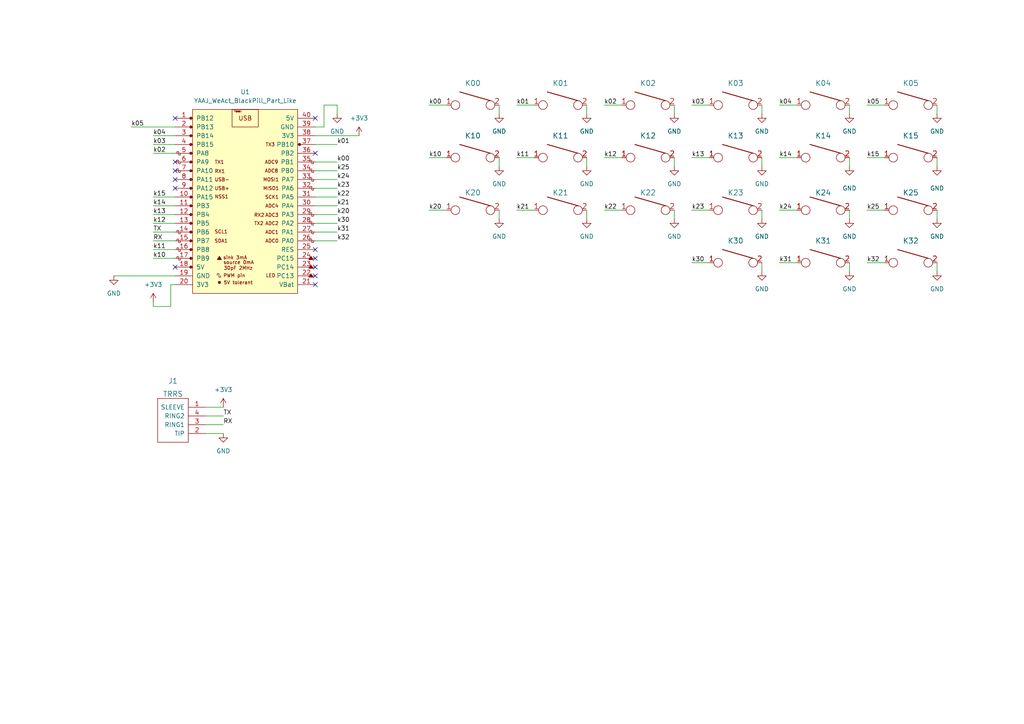
<source format=kicad_sch>
(kicad_sch (version 20230121) (generator eeschema)
  (paper "A4")
  (title_block (rev "rev1.0"))
  (lib_symbols
    (symbol "YAAJ_WeAct_BlackPill_Part_Like:YAAJ_WeAct_BlackPill_Part_Like" (pin_names (offset 1.016))
      (property "Reference" "U" (at -12.7 27.94 0))
      (property "Value" "YAAJ_WeAct_BlackPill_Part_Like" (at 0 2.54 90))
      (symbol "YAAJ_WeAct_BlackPill_Part_Like_0_0"
        (circle (center -15.748 -20.32) (radius 0.3556) (fill (type outline)))
        (circle (center -15.748 -17.78) (radius 0.3556) (fill (type outline)))
        (circle (center -15.748 -15.24) (radius 0.3556) (fill (type outline)))
        (circle (center -15.748 -12.7) (radius 0.3556) (fill (type outline)))
        (circle (center -15.748 -10.16) (radius 0.3556) (fill (type outline)))
        (circle (center -15.748 -7.62) (radius 0.3556) (fill (type outline)))
        (circle (center -15.748 -5.08) (radius 0.3556) (fill (type outline)))
        (circle (center -15.748 -2.54) (radius 0.3556) (fill (type outline)))
        (circle (center -15.748 0) (radius 0.3556) (fill (type outline)))
        (circle (center -15.748 2.54) (radius 0.3556) (fill (type outline)))
        (circle (center -15.748 5.08) (radius 0.3556) (fill (type outline)))
        (circle (center -15.748 7.62) (radius 0.3556) (fill (type outline)))
        (circle (center -15.748 10.16) (radius 0.3556) (fill (type outline)))
        (circle (center -15.748 12.7) (radius 0.3556) (fill (type outline)))
        (circle (center -15.748 15.24) (radius 0.3556) (fill (type outline)))
        (circle (center -15.748 17.78) (radius 0.3556) (fill (type outline)))
        (circle (center -15.748 22.86) (radius 0.3556) (fill (type outline)))
        (circle (center -7.493 -24.765) (radius 0.127) (fill (type outline)))
        (circle (center -7.493 -24.765) (radius 0.254))
        (circle (center -7.493 -24.765) (radius 0.3556))
        (polyline (pts (xy -8.128 -18.161) (xy -7.493 -17.145) (xy -6.858 -18.161) (xy -8.128 -18.161) (xy -7.493 -17.272) (xy -6.985 -18.161) (xy -8.001 -18.034) (xy -7.493 -17.399) (xy -7.112 -18.161) (xy -7.874 -17.907) (xy -7.366 -17.526) (xy -7.239 -18.161) (xy -7.747 -17.78) (xy -7.239 -17.653) (xy -7.366 -18.034) (xy -7.62 -17.78) (xy -7.366 -17.907) (xy -7.493 -17.653)))
        (polyline (pts (xy 18.415 -23.241) (xy 19.05 -22.225) (xy 19.685 -23.241) (xy 18.415 -23.241) (xy 19.05 -22.352) (xy 19.558 -23.241) (xy 18.542 -23.114) (xy 19.05 -22.479) (xy 19.431 -23.241) (xy 18.669 -22.987) (xy 19.177 -22.606) (xy 19.304 -23.241) (xy 18.796 -22.86) (xy 19.304 -22.733) (xy 19.177 -23.114) (xy 18.923 -22.86) (xy 19.177 -22.987) (xy 19.05 -22.733)))
        (polyline (pts (xy 18.415 -20.701) (xy 19.05 -19.685) (xy 19.685 -20.701) (xy 18.415 -20.701) (xy 19.05 -19.812) (xy 19.558 -20.701) (xy 18.542 -20.574) (xy 19.05 -19.939) (xy 19.431 -20.701) (xy 18.669 -20.447) (xy 19.177 -20.066) (xy 19.304 -20.701) (xy 18.796 -20.32) (xy 19.304 -20.193) (xy 19.177 -20.574) (xy 18.923 -20.32) (xy 19.177 -20.447) (xy 19.05 -20.193)))
        (polyline (pts (xy 18.415 -18.161) (xy 19.05 -17.145) (xy 19.685 -18.161) (xy 18.415 -18.161) (xy 19.05 -17.272) (xy 19.558 -18.161) (xy 18.542 -18.034) (xy 19.05 -17.399) (xy 19.431 -18.161) (xy 18.669 -17.907) (xy 19.177 -17.526) (xy 19.304 -18.161) (xy 18.796 -17.78) (xy 19.304 -17.653) (xy 19.177 -18.034) (xy 18.923 -17.78) (xy 19.177 -17.907) (xy 19.05 -17.653)))
        (circle (center 15.748 15.24) (radius 0.254) (fill (type outline)))
        (circle (center 15.748 15.24) (radius 0.3556))
        (text "30pF 2MHz" (at -2.032 -20.574 0) (effects (font (size 0.9906 0.9906))))
        (text "5V tolerant" (at -2.032 -24.765 0) (effects (font (size 0.9906 0.9906))))
        (text "ADC0" (at 7.747 -12.7 0) (effects (font (size 0.9906 0.9906))))
        (text "ADC1" (at 7.747 -10.16 0) (effects (font (size 0.9906 0.9906))))
        (text "ADC2" (at 7.747 -7.62 0) (effects (font (size 0.9906 0.9906))))
        (text "ADC3" (at 7.747 -5.207 0) (effects (font (size 0.9906 0.9906))))
        (text "ADC4" (at 7.747 -2.54 0) (effects (font (size 0.9906 0.9906))))
        (text "ADC8" (at 7.62 7.62 0) (effects (font (size 0.9906 0.9906))))
        (text "ADC9" (at 7.62 10.16 0) (effects (font (size 0.9906 0.9906))))
        (text "LED" (at 7.366 -22.733 0) (effects (font (size 0.9906 0.9906))))
        (text "MISO1" (at 7.493 2.54 0) (effects (font (size 0.9906 0.9906))))
        (text "MOSI1" (at 7.493 5.08 0) (effects (font (size 0.9906 0.9906))))
        (text "NSS1" (at -6.858 0.127 0) (effects (font (size 0.9906 0.9906))))
        (text "PWM pin" (at -3.175 -22.733 0) (effects (font (size 0.9906 0.9906))))
        (text "RX1" (at -7.366 7.493 0) (effects (font (size 0.9906 0.9906))))
        (text "RX2" (at 4.064 -5.207 0) (effects (font (size 0.9906 0.9906))))
        (text "SCK1" (at 7.747 0 0) (effects (font (size 0.9906 0.9906))))
        (text "SCL1" (at -6.985 -10.033 0) (effects (font (size 0.9906 0.9906))))
        (text "SDA1" (at -6.985 -12.7 0) (effects (font (size 0.9906 0.9906))))
        (text "sink 3mA" (at -2.921 -17.526 0) (effects (font (size 0.9906 0.9906))))
        (text "source 0mA" (at -1.905 -18.923 0) (effects (font (size 0.9906 0.9906))))
        (text "TX1" (at -7.493 10.16 0) (effects (font (size 0.9906 0.9906))))
        (text "TX2" (at 3.937 -7.62 0) (effects (font (size 0.9906 0.9906))))
        (text "TX3" (at 7.239 15.24 0) (effects (font (size 0.9906 0.9906))))
        (text "USB" (at 0 22.86 0) (effects (font (size 1.27 1.27))))
        (text "USB+" (at -6.731 2.54 0) (effects (font (size 0.9906 0.9906))))
        (text "USB-" (at -6.731 5.08 0) (effects (font (size 0.9906 0.9906))))
        (text "Y@@J" (at -2.159 24.892 0) (effects (font (size 0.508 0.508))))
      )
      (symbol "YAAJ_WeAct_BlackPill_Part_Like_0_1"
        (rectangle (start -15.24 25.4) (end 15.24 -27.94) (fill (type background)))
        (polyline (pts (xy -18.796 -17.78) (xy -18.796 -18.288) (xy -19.304 -18.288) (xy -19.304 -17.272) (xy -19.812 -17.272) (xy -19.812 -17.78)))
        (polyline (pts (xy -18.796 -15.24) (xy -18.796 -15.748) (xy -19.304 -15.748) (xy -19.304 -14.732) (xy -19.812 -14.732) (xy -19.812 -15.24)))
        (polyline (pts (xy -18.796 -12.7) (xy -18.796 -13.208) (xy -19.304 -13.208) (xy -19.304 -12.192) (xy -19.812 -12.192) (xy -19.812 -12.7)))
        (polyline (pts (xy -18.796 -10.16) (xy -18.796 -10.668) (xy -19.304 -10.668) (xy -19.304 -9.652) (xy -19.812 -9.652) (xy -19.812 -10.16)))
        (polyline (pts (xy -18.796 7.62) (xy -18.796 7.112) (xy -19.304 7.112) (xy -19.304 8.128) (xy -19.812 8.128) (xy -19.812 7.62)))
        (polyline (pts (xy -18.796 10.16) (xy -18.796 9.652) (xy -19.304 9.652) (xy -19.304 10.668) (xy -19.812 10.668) (xy -19.812 10.16)))
        (polyline (pts (xy -18.796 12.7) (xy -18.796 12.192) (xy -19.304 12.192) (xy -19.304 13.208) (xy -19.812 13.208) (xy -19.812 12.7)))
        (polyline (pts (xy -7.112 -22.733) (xy -7.112 -23.241) (xy -7.62 -23.241) (xy -7.62 -22.225) (xy -8.128 -22.225) (xy -8.128 -22.733)))
        (polyline (pts (xy 19.812 -12.7) (xy 19.812 -13.208) (xy 19.304 -13.208) (xy 19.304 -12.192) (xy 18.796 -12.192) (xy 18.796 -12.7)))
        (polyline (pts (xy 19.812 -10.16) (xy 19.812 -10.668) (xy 19.304 -10.668) (xy 19.304 -9.652) (xy 18.796 -9.652) (xy 18.796 -10.16)))
        (polyline (pts (xy 19.812 -7.62) (xy 19.812 -8.128) (xy 19.304 -8.128) (xy 19.304 -7.112) (xy 18.796 -7.112) (xy 18.796 -7.62)))
        (polyline (pts (xy 19.812 -5.08) (xy 19.812 -5.588) (xy 19.304 -5.588) (xy 19.304 -4.572) (xy 18.796 -4.572) (xy 18.796 -5.08)))
        (polyline (pts (xy 19.812 2.54) (xy 19.812 2.032) (xy 19.304 2.032) (xy 19.304 3.048) (xy 18.796 3.048) (xy 18.796 2.54)))
        (polyline (pts (xy 19.812 5.08) (xy 19.812 4.572) (xy 19.304 4.572) (xy 19.304 5.588) (xy 18.796 5.588) (xy 18.796 5.08)))
        (polyline (pts (xy 19.812 7.62) (xy 19.812 7.112) (xy 19.304 7.112) (xy 19.304 8.128) (xy 18.796 8.128) (xy 18.796 7.62)))
        (polyline (pts (xy 19.812 10.16) (xy 19.812 9.652) (xy 19.304 9.652) (xy 19.304 10.668) (xy 18.796 10.668) (xy 18.796 10.16)))
        (rectangle (start 3.81 25.4) (end -3.81 20.32))
      )
      (symbol "YAAJ_WeAct_BlackPill_Part_Like_1_1"
        (circle (center -15.748 20.32) (radius 0.3556) (fill (type outline)))
        (pin bidirectional line (at -20.32 22.86 0) (length 5.08) (name "PB12") (number "1"))
        (pin bidirectional line (at -20.32 0 0) (length 5.08) (name "PA15") (number "10"))
        (pin bidirectional line (at -20.32 -2.54 0) (length 5.08) (name "PB3") (number "11"))
        (pin bidirectional line (at -20.32 -5.08 0) (length 5.08) (name "PB4") (number "12"))
        (pin bidirectional line (at -20.32 -7.62 0) (length 5.08) (name "PB5") (number "13"))
        (pin bidirectional line (at -20.32 -10.16 0) (length 5.08) (name "PB6") (number "14"))
        (pin bidirectional line (at -20.32 -12.7 0) (length 5.08) (name "PB7") (number "15"))
        (pin bidirectional line (at -20.32 -15.24 0) (length 5.08) (name "PB8") (number "16"))
        (pin bidirectional line (at -20.32 -17.78 0) (length 5.08) (name "PB9") (number "17"))
        (pin power_in line (at -20.32 -20.32 0) (length 5.08) (name "5V") (number "18"))
        (pin power_in line (at -20.32 -22.86 0) (length 5.08) (name "GND") (number "19"))
        (pin bidirectional line (at -20.32 20.32 0) (length 5.08) (name "PB13") (number "2"))
        (pin power_in line (at -20.32 -25.4 0) (length 5.08) (name "3V3") (number "20"))
        (pin power_in line (at 20.32 -25.4 180) (length 5.08) (name "VBat") (number "21"))
        (pin bidirectional line (at 20.32 -22.86 180) (length 5.08) (name "PC13") (number "22"))
        (pin bidirectional line (at 20.32 -20.32 180) (length 5.08) (name "PC14") (number "23"))
        (pin bidirectional line (at 20.32 -17.78 180) (length 5.08) (name "PC15") (number "24"))
        (pin input line (at 20.32 -15.24 180) (length 5.08) (name "RES") (number "25"))
        (pin bidirectional line (at 20.32 -12.7 180) (length 5.08) (name "PA0") (number "26"))
        (pin bidirectional line (at 20.32 -10.16 180) (length 5.08) (name "PA1") (number "27"))
        (pin bidirectional line (at 20.32 -7.62 180) (length 5.08) (name "PA2") (number "28"))
        (pin bidirectional line (at 20.32 -5.08 180) (length 5.08) (name "PA3") (number "29"))
        (pin bidirectional line (at -20.32 17.78 0) (length 5.08) (name "PB14") (number "3"))
        (pin bidirectional line (at 20.32 -2.54 180) (length 5.08) (name "PA4") (number "30"))
        (pin bidirectional line (at 20.32 0 180) (length 5.08) (name "PA5") (number "31"))
        (pin bidirectional line (at 20.32 2.54 180) (length 5.08) (name "PA6") (number "32"))
        (pin bidirectional line (at 20.32 5.08 180) (length 5.08) (name "PA7") (number "33"))
        (pin bidirectional line (at 20.32 7.62 180) (length 5.08) (name "PB0") (number "34"))
        (pin bidirectional line (at 20.32 10.16 180) (length 5.08) (name "PB1") (number "35"))
        (pin bidirectional line (at 20.32 12.7 180) (length 5.08) (name "PB2") (number "36"))
        (pin bidirectional line (at 20.32 15.24 180) (length 5.08) (name "PB10") (number "37"))
        (pin power_in line (at 20.32 17.78 180) (length 5.08) (name "3V3") (number "38"))
        (pin power_in line (at 20.32 20.32 180) (length 5.08) (name "GND") (number "39"))
        (pin bidirectional line (at -20.32 15.24 0) (length 5.08) (name "PB15") (number "4"))
        (pin power_in line (at 20.32 22.86 180) (length 5.08) (name "5V") (number "40"))
        (pin bidirectional line (at -20.32 12.7 0) (length 5.08) (name "PA8") (number "5"))
        (pin bidirectional line (at -20.32 10.16 0) (length 5.08) (name "PA9") (number "6"))
        (pin bidirectional line (at -20.32 7.62 0) (length 5.08) (name "PA10") (number "7"))
        (pin bidirectional line (at -20.32 5.08 0) (length 5.08) (name "PA11") (number "8"))
        (pin bidirectional line (at -20.32 2.54 0) (length 5.08) (name "PA12") (number "9"))
      )
    )
    (symbol "keebio:TRRS" (pin_names (offset 1.016))
      (property "Reference" "U" (at 0 15.24 0))
      (property "Value" "TRRS" (at 0 -2.54 0))
      (symbol "TRRS_0_1"
        (rectangle (start -3.81 0) (end -3.81 12.7))
        (rectangle (start -3.81 12.7) (end 5.08 12.7))
        (rectangle (start 5.08 0) (end -3.81 0))
        (rectangle (start 5.08 12.7) (end 5.08 0))
      )
      (symbol "TRRS_1_1"
        (pin input line (at -8.89 2.54 0) (length 5.08) (name "SLEEVE") (number "1"))
        (pin input line (at -8.89 10.16 0) (length 5.08) (name "TIP") (number "2"))
        (pin input line (at -8.89 7.62 0) (length 5.08) (name "RING1") (number "3"))
        (pin input line (at -8.89 5.08 0) (length 5.08) (name "RING2") (number "4"))
      )
    )
    (symbol "keyboard_parts:KEYSW" (pin_names (offset 1.016))
      (property "Reference" "K?" (at -1.27 0 0))
      (symbol "KEYSW_0_1"
        (circle (center -5.08 0) (radius 1.27))
        (polyline (pts (xy -5.08 1.27) (xy 3.81 3.81)) (stroke (width 0.254)))
        (circle (center 5.08 0) (radius 1.27))
      )
      (symbol "KEYSW_1_1"
        (pin passive line (at 7.62 0 180) (length 1.27) (name "~") (number "1"))
        (pin passive line (at -7.62 0 0) (length 1.27) (name "~") (number "2"))
      )
    )
    (symbol "power:+3V3" (power) (pin_names (offset 0))
      (property "Value" "+3V3" (at 0 3.556 0))
      (symbol "+3V3_0_1"
        (polyline (pts (xy -0.762 1.27) (xy 0 2.54)))
        (polyline (pts (xy 0 0) (xy 0 2.54)))
        (polyline (pts (xy 0 2.54) (xy 0.762 1.27)))
      )
      (symbol "+3V3_1_1"
        (pin power_in line (at 0 0 90) (length 0) hide (name "+3V3") (number "1"))
      )
    )
    (symbol "power:GND" (power) (pin_names (offset 0))
      (property "Value" "GND" (at 0 -3.81 0))
      (symbol "GND_0_1"
        (polyline (pts (xy 0 0) (xy 0 -1.27) (xy 1.27 -1.27) (xy 0 -2.54) (xy -1.27 -1.27) (xy 0 -1.27)))
      )
      (symbol "GND_1_1"
        (pin power_in line (at 0 0 270) (length 0) hide (name "GND") (number "1"))
      )
    )
  )
  (no_connect (at 50.8 34.29))
  (no_connect (at 91.44 44.45))
  (no_connect (at 91.44 82.55))
  (no_connect (at 91.44 77.47))
  (no_connect (at 50.8 77.47))
  (no_connect (at 91.44 34.29))
  (no_connect (at 50.8 54.61))
  (no_connect (at 91.44 72.39))
  (no_connect (at 50.8 49.53))
  (no_connect (at 91.44 74.93))
  (no_connect (at 50.8 46.99))
  (no_connect (at 50.8 52.07))
  (no_connect (at 91.44 80.01))
  (wire (pts (xy 149.86 60.96) (xy 154.94 60.96)))
  (wire (pts (xy 44.45 72.39) (xy 50.8 72.39)))
  (wire (pts (xy 91.44 52.07) (xy 97.79 52.07)))
  (wire (pts (xy 200.66 45.72) (xy 205.74 45.72)))
  (wire (pts (xy 38.1 36.83) (xy 50.8 36.83)))
  (wire (pts (xy 251.46 30.48) (xy 256.54 30.48)))
  (wire (pts (xy 124.46 45.72) (xy 129.54 45.72)))
  (wire (pts (xy 200.66 60.96) (xy 205.74 60.96)))
  (wire (pts (xy 149.86 45.72) (xy 154.94 45.72)))
  (wire (pts (xy 49.53 88.9) (xy 49.53 82.55)))
  (wire (pts (xy 44.45 88.9) (xy 49.53 88.9)))
  (wire (pts (xy 44.45 59.69) (xy 50.8 59.69)))
  (wire (pts (xy 91.44 41.91) (xy 97.79 41.91)))
  (wire (pts (xy 175.26 60.96) (xy 180.34 60.96)))
  (wire (pts (xy 44.45 39.37) (xy 50.8 39.37)))
  (wire (pts (xy 251.46 60.96) (xy 256.54 60.96)))
  (wire (pts (xy 195.58 63.5) (xy 195.58 60.96)))
  (wire (pts (xy 144.78 63.5) (xy 144.78 60.96)))
  (wire (pts (xy 246.38 48.26) (xy 246.38 45.72)))
  (wire (pts (xy 220.98 48.26) (xy 220.98 45.72)))
  (wire (pts (xy 144.78 48.26) (xy 144.78 45.72)))
  (wire (pts (xy 91.44 62.23) (xy 97.79 62.23)))
  (wire (pts (xy 93.98 36.83) (xy 93.98 30.48)))
  (wire (pts (xy 175.26 45.72) (xy 180.34 45.72)))
  (wire (pts (xy 246.38 78.74) (xy 246.38 76.2)))
  (wire (pts (xy 59.69 125.73) (xy 64.77 125.73)))
  (wire (pts (xy 44.45 44.45) (xy 50.8 44.45)))
  (wire (pts (xy 271.78 48.26) (xy 271.78 45.72)))
  (wire (pts (xy 91.44 36.83) (xy 93.98 36.83)))
  (wire (pts (xy 200.66 76.2) (xy 205.74 76.2)))
  (wire (pts (xy 44.45 74.93) (xy 50.8 74.93)))
  (wire (pts (xy 91.44 69.85) (xy 97.79 69.85)))
  (wire (pts (xy 91.44 49.53) (xy 97.79 49.53)))
  (wire (pts (xy 226.06 45.72) (xy 231.14 45.72)))
  (wire (pts (xy 200.66 30.48) (xy 205.74 30.48)))
  (wire (pts (xy 220.98 78.74) (xy 220.98 76.2)))
  (wire (pts (xy 44.45 62.23) (xy 50.8 62.23)))
  (wire (pts (xy 97.79 30.48) (xy 97.79 33.02)))
  (wire (pts (xy 271.78 63.5) (xy 271.78 60.96)))
  (wire (pts (xy 124.46 60.96) (xy 129.54 60.96)))
  (wire (pts (xy 144.78 33.02) (xy 144.78 30.48)))
  (wire (pts (xy 195.58 48.26) (xy 195.58 45.72)))
  (wire (pts (xy 170.18 63.5) (xy 170.18 60.96)))
  (wire (pts (xy 59.69 123.19) (xy 64.77 123.19)))
  (wire (pts (xy 246.38 63.5) (xy 246.38 60.96)))
  (wire (pts (xy 91.44 54.61) (xy 97.79 54.61)))
  (wire (pts (xy 44.45 64.77) (xy 50.8 64.77)))
  (wire (pts (xy 226.06 30.48) (xy 231.14 30.48)))
  (wire (pts (xy 124.46 30.48) (xy 129.54 30.48)))
  (wire (pts (xy 93.98 30.48) (xy 97.79 30.48)))
  (wire (pts (xy 91.44 67.31) (xy 97.79 67.31)))
  (wire (pts (xy 59.69 120.65) (xy 64.77 120.65)))
  (wire (pts (xy 170.18 48.26) (xy 170.18 45.72)))
  (wire (pts (xy 91.44 39.37) (xy 104.14 39.37)))
  (wire (pts (xy 175.26 30.48) (xy 180.34 30.48)))
  (wire (pts (xy 44.45 41.91) (xy 50.8 41.91)))
  (wire (pts (xy 91.44 46.99) (xy 97.79 46.99)))
  (wire (pts (xy 91.44 57.15) (xy 97.79 57.15)))
  (wire (pts (xy 59.69 118.11) (xy 64.77 118.11)))
  (wire (pts (xy 91.44 59.69) (xy 97.79 59.69)))
  (wire (pts (xy 33.02 80.01) (xy 50.8 80.01)))
  (wire (pts (xy 195.58 33.02) (xy 195.58 30.48)))
  (wire (pts (xy 251.46 45.72) (xy 256.54 45.72)))
  (wire (pts (xy 226.06 60.96) (xy 231.14 60.96)))
  (wire (pts (xy 170.18 33.02) (xy 170.18 30.48)))
  (wire (pts (xy 226.06 76.2) (xy 231.14 76.2)))
  (wire (pts (xy 271.78 33.02) (xy 271.78 30.48)))
  (wire (pts (xy 246.38 33.02) (xy 246.38 30.48)))
  (wire (pts (xy 251.46 76.2) (xy 256.54 76.2)))
  (wire (pts (xy 49.53 82.55) (xy 50.8 82.55)))
  (wire (pts (xy 91.44 64.77) (xy 97.79 64.77)))
  (wire (pts (xy 44.45 69.85) (xy 50.8 69.85)))
  (wire (pts (xy 220.98 33.02) (xy 220.98 30.48)))
  (wire (pts (xy 149.86 30.48) (xy 154.94 30.48)))
  (wire (pts (xy 44.45 87.63) (xy 44.45 88.9)))
  (wire (pts (xy 44.45 67.31) (xy 50.8 67.31)))
  (wire (pts (xy 271.78 78.74) (xy 271.78 76.2)))
  (wire (pts (xy 44.45 57.15) (xy 50.8 57.15)))
  (wire (pts (xy 220.98 63.5) (xy 220.98 60.96)))
  (label "k20" (at 97.79 62.23 0))
  (label "TX" (at 64.77 120.65 0))
  (label "k01" (at 97.79 41.91 0))
  (label "k03" (at 44.45 41.91 0))
  (label "k30" (at 200.66 76.2 0))
  (label "k02" (at 175.26 30.48 0))
  (label "k05" (at 38.1 36.83 0))
  (label "k04" (at 226.06 30.48 0))
  (label "k30" (at 97.79 64.77 0))
  (label "k11" (at 44.45 72.39 0))
  (label "k00" (at 124.46 30.48 0))
  (label "k10" (at 44.45 74.93 0))
  (label "k03" (at 200.66 30.48 0))
  (label "RX" (at 44.45 69.85 0))
  (label "k15" (at 251.46 45.72 0))
  (label "k23" (at 200.66 60.96 0))
  (label "k32" (at 97.79 69.85 0))
  (label "k25" (at 97.79 49.53 0))
  (label "k24" (at 226.06 60.96 0))
  (label "TX" (at 44.45 67.31 0))
  (label "k05" (at 251.46 30.48 0))
  (label "k22" (at 175.26 60.96 0))
  (label "k12" (at 44.45 64.77 0))
  (label "k01" (at 149.86 30.48 0))
  (label "RX" (at 64.77 123.19 0))
  (label "k10" (at 124.46 45.72 0))
  (label "k00" (at 97.79 46.99 0))
  (label "k21" (at 97.79 59.69 0))
  (label "k31" (at 97.79 67.31 0))
  (label "k32" (at 251.46 76.2 0))
  (label "k15" (at 44.45 57.15 0))
  (label "k14" (at 226.06 45.72 0))
  (label "k12" (at 175.26 45.72 0))
  (label "k04" (at 44.45 39.37 0))
  (label "k11" (at 149.86 45.72 0))
  (label "k22" (at 97.79 57.15 0))
  (label "k02" (at 44.45 44.45 0))
  (label "k13" (at 44.45 62.23 0))
  (label "k24" (at 97.79 52.07 0))
  (label "k31" (at 226.06 76.2 0))
  (label "k13" (at 200.66 45.72 0))
  (label "k14" (at 44.45 59.69 0))
  (label "k21" (at 149.86 60.96 0))
  (label "k25" (at 251.46 60.96 0))
  (label "k23" (at 97.79 54.61 0))
  (label "k20" (at 124.46 60.96 0))
  (symbol (lib_id "keyboard_parts:KEYSW") (at 264.16 76.2 0) (mirror y) (unit 1)
    (property "Reference" "K32" (at 264.16 69.85 0) (effects (font (size 1.524 1.524))))
    (property "Value" "KEYSW" (effects hide))
    (property "Footprint" "Cantor_MX:CherryMX_ChocV2_1u_DS" (effects hide))
  )
  (symbol (lib_id "power:GND") (at 195.58 48.26 0) (unit 1)
    (property "Reference" "#PWR0104" (effects hide))
    (property "Value" "GND" (at 195.58 53.34 0))
  )
  (symbol (lib_id "keyboard_parts:KEYSW") (at 238.76 60.96 0) (mirror y) (unit 1)
    (property "Reference" "K24" (at 238.76 55.88 0) (effects (font (size 1.524 1.524))))
    (property "Value" "KEYSW" (effects hide))
    (property "Footprint" "Cantor_MX:CherryMX_ChocV2_1u_DS" (effects hide))
  )
  (symbol (lib_id "power:GND") (at 64.77 125.73 0) (unit 1)
    (property "Reference" "#PWR0126" (effects hide))
    (property "Value" "GND" (at 64.77 130.81 0))
  )
  (symbol (lib_id "keyboard_parts:KEYSW") (at 137.16 30.48 0) (mirror y) (unit 1)
    (property "Reference" "K00" (at 137.16 24.13 0) (effects (font (size 1.524 1.524))))
    (property "Value" "KEYSW" (effects hide))
    (property "Footprint" "Cantor_MX:CherryMX_ChocV2_1u_DS" (effects hide))
  )
  (symbol (lib_id "keyboard_parts:KEYSW") (at 264.16 45.72 0) (mirror y) (unit 1)
    (property "Reference" "K15" (at 264.16 39.37 0) (effects (font (size 1.524 1.524))))
    (property "Value" "KEYSW" (effects hide))
    (property "Footprint" "Cantor_MX:CherryMX_ChocV2_1u_DS" (effects hide))
  )
  (symbol (lib_id "power:GND") (at 144.78 48.26 0) (unit 1)
    (property "Reference" "#PWR0107" (effects hide))
    (property "Value" "GND" (at 144.78 53.34 0))
  )
  (symbol (lib_id "power:GND") (at 195.58 63.5 0) (unit 1)
    (property "Reference" "#PWR0105" (effects hide))
    (property "Value" "GND" (at 195.58 68.58 0))
  )
  (symbol (lib_id "keyboard_parts:KEYSW") (at 213.36 30.48 0) (mirror y) (unit 1)
    (property "Reference" "K03" (at 213.36 24.13 0) (effects (font (size 1.524 1.524))))
    (property "Value" "KEYSW" (effects hide))
    (property "Footprint" "Cantor_MX:CherryMX_ChocV2_1u_DS" (effects hide))
  )
  (symbol (lib_id "power:GND") (at 246.38 63.5 0) (unit 1)
    (property "Reference" "#PWR0121" (effects hide))
    (property "Value" "GND" (at 246.38 68.58 0))
  )
  (symbol (lib_id "keyboard_parts:KEYSW") (at 187.96 30.48 0) (mirror y) (unit 1)
    (property "Reference" "K02" (at 187.96 24.13 0) (effects (font (size 1.524 1.524))))
    (property "Value" "KEYSW" (effects hide))
    (property "Footprint" "Cantor_MX:CherryMX_ChocV2_1u_DS" (effects hide))
  )
  (symbol (lib_id "keyboard_parts:KEYSW") (at 162.56 45.72 0) (mirror y) (unit 1)
    (property "Reference" "K11" (at 162.56 39.37 0) (effects (font (size 1.524 1.524))))
    (property "Value" "KEYSW" (effects hide))
    (property "Footprint" "Cantor_MX:CherryMX_ChocV2_1u_DS" (effects hide))
  )
  (symbol (lib_id "keyboard_parts:KEYSW") (at 187.96 60.96 0) (mirror y) (unit 1)
    (property "Reference" "K22" (at 187.96 55.88 0) (effects (font (size 1.524 1.524))))
    (property "Value" "KEYSW" (effects hide))
    (property "Footprint" "Cantor_MX:CherryMX_ChocV2_1u_DS" (effects hide))
  )
  (symbol (lib_id "power:GND") (at 271.78 33.02 0) (unit 1)
    (property "Reference" "#PWR0115" (effects hide))
    (property "Value" "GND" (at 271.78 38.1 0))
  )
  (symbol (lib_id "power:GND") (at 271.78 63.5 0) (unit 1)
    (property "Reference" "#PWR0118" (effects hide))
    (property "Value" "GND" (at 271.78 68.58 0))
  )
  (symbol (lib_id "power:GND") (at 271.78 78.74 0) (unit 1)
    (property "Reference" "#PWR0117" (effects hide))
    (property "Value" "GND" (at 271.78 83.82 0))
  )
  (symbol (lib_id "YAAJ_WeAct_BlackPill_Part_Like:YAAJ_WeAct_BlackPill_Part_Like") (at 71.12 57.15 0) (unit 1)
    (property "Reference" "U1" (at 71.12 26.67 0))
    (property "Value" "YAAJ_WeAct_BlackPill_Part_Like" (at 71.12 29.21 0))
    (property "Footprint" "Cantor_MX:Cantor_DS_YAAJ_WeAct_BlackPill_2" (effects hide))
  )
  (symbol (lib_id "power:GND") (at 246.38 48.26 0) (unit 1)
    (property "Reference" "#PWR0119" (effects hide))
    (property "Value" "GND" (at 246.38 54.61 0))
  )
  (symbol (lib_id "power:GND") (at 170.18 63.5 0) (unit 1)
    (property "Reference" "#PWR0101" (effects hide))
    (property "Value" "GND" (at 170.18 68.58 0))
  )
  (symbol (lib_id "keyboard_parts:KEYSW") (at 238.76 30.48 0) (mirror y) (unit 1)
    (property "Reference" "K04" (at 238.76 24.13 0) (effects (font (size 1.524 1.524))))
    (property "Value" "KEYSW" (effects hide))
    (property "Footprint" "Cantor_MX:CherryMX_ChocV2_1u_DS" (effects hide))
  )
  (symbol (lib_id "power:GND") (at 246.38 78.74 0) (unit 1)
    (property "Reference" "#PWR0120" (effects hide))
    (property "Value" "GND" (at 246.38 83.82 0))
  )
  (symbol (lib_id "power:+3V3") (at 64.77 118.11 0) (unit 1)
    (property "Reference" "#PWR0125" (effects hide))
    (property "Value" "+3V3" (at 64.77 113.03 0))
  )
  (symbol (lib_id "keyboard_parts:KEYSW") (at 213.36 76.2 0) (mirror y) (unit 1)
    (property "Reference" "K30" (at 213.36 69.85 0) (effects (font (size 1.524 1.524))))
    (property "Value" "KEYSW" (effects hide))
    (property "Footprint" "Cantor_MX:CherryMX_ChocV2_1u_DS" (effects hide))
  )
  (symbol (lib_id "power:GND") (at 246.38 33.02 0) (unit 1)
    (property "Reference" "#PWR0112" (effects hide))
    (property "Value" "GND" (at 246.38 38.1 0))
  )
  (symbol (lib_id "keebio:TRRS") (at 50.8 115.57 180) (unit 1)
    (property "Reference" "J1" (at 50.165 110.49 0) (effects (font (size 1.524 1.524))))
    (property "Value" "TRRS" (at 50.165 114.3 0) (effects (font (size 1.524 1.524))))
    (property "Footprint" "Cantor_MX:MJ-4PP-9_Cantor_MX_TX-RX_Crossover" (effects hide))
  )
  (symbol (lib_id "keyboard_parts:KEYSW") (at 137.16 60.96 0) (mirror y) (unit 1)
    (property "Reference" "K20" (at 137.16 55.88 0) (effects (font (size 1.524 1.524))))
    (property "Value" "KEYSW" (effects hide))
    (property "Footprint" "Cantor_MX:CherryMX_ChocV2_1u_DS" (effects hide))
  )
  (symbol (lib_id "power:GND") (at 271.78 48.26 0) (unit 1)
    (property "Reference" "#PWR0116" (effects hide))
    (property "Value" "GND" (at 271.78 54.61 0))
  )
  (symbol (lib_id "keyboard_parts:KEYSW") (at 213.36 60.96 0) (mirror y) (unit 1)
    (property "Reference" "K23" (at 213.36 55.88 0) (effects (font (size 1.524 1.524))))
    (property "Value" "KEYSW" (effects hide))
    (property "Footprint" "Cantor_MX:CherryMX_ChocV2_1u_DS" (effects hide))
  )
  (symbol (lib_id "keyboard_parts:KEYSW") (at 137.16 45.72 0) (mirror y) (unit 1)
    (property "Reference" "K10" (at 137.16 39.37 0) (effects (font (size 1.524 1.524))))
    (property "Value" "KEYSW" (effects hide))
    (property "Footprint" "Cantor_MX:CherryMX_ChocV2_1u_DS" (effects hide))
  )
  (symbol (lib_id "keyboard_parts:KEYSW") (at 162.56 30.48 0) (mirror y) (unit 1)
    (property "Reference" "K01" (at 162.56 24.13 0) (effects (font (size 1.524 1.524))))
    (property "Value" "KEYSW" (effects hide))
    (property "Footprint" "Cantor_MX:CherryMX_ChocV2_1u_DS" (effects hide))
  )
  (symbol (lib_id "keyboard_parts:KEYSW") (at 264.16 60.96 0) (mirror y) (unit 1)
    (property "Reference" "K25" (at 264.16 55.88 0) (effects (font (size 1.524 1.524))))
    (property "Value" "KEYSW" (effects hide))
    (property "Footprint" "Cantor_MX:CherryMX_ChocV2_1u_DS" (effects hide))
  )
  (symbol (lib_id "keyboard_parts:KEYSW") (at 238.76 76.2 0) (mirror y) (unit 1)
    (property "Reference" "K31" (at 238.76 69.85 0) (effects (font (size 1.524 1.524))))
    (property "Value" "KEYSW" (effects hide))
    (property "Footprint" "Cantor_MX:CherryMX_ChocV2_1u_DS" (effects hide))
  )
  (symbol (lib_id "power:GND") (at 220.98 33.02 0) (unit 1)
    (property "Reference" "#PWR0123" (effects hide))
    (property "Value" "GND" (at 220.98 38.1 0))
  )
  (symbol (lib_id "keyboard_parts:KEYSW") (at 238.76 45.72 0) (mirror y) (unit 1)
    (property "Reference" "K14" (at 238.76 39.37 0) (effects (font (size 1.524 1.524))))
    (property "Value" "KEYSW" (effects hide))
    (property "Footprint" "Cantor_MX:CherryMX_ChocV2_1u_DS" (effects hide))
  )
  (symbol (lib_id "power:+3V3") (at 44.45 87.63 0) (unit 1)
    (property "Reference" "#PWR0127" (effects hide))
    (property "Value" "+3V3" (at 44.45 82.55 0))
  )
  (symbol (lib_id "power:GND") (at 144.78 33.02 0) (unit 1)
    (property "Reference" "#PWR0109" (effects hide))
    (property "Value" "GND" (at 144.78 38.1 0))
  )
  (symbol (lib_id "power:GND") (at 33.02 80.01 0) (unit 1)
    (property "Reference" "#PWR0124" (effects hide))
    (property "Value" "GND" (at 33.02 85.09 0))
  )
  (symbol (lib_id "keyboard_parts:KEYSW") (at 213.36 45.72 0) (mirror y) (unit 1)
    (property "Reference" "K13" (at 213.36 39.37 0) (effects (font (size 1.524 1.524))))
    (property "Value" "KEYSW" (effects hide))
    (property "Footprint" "Cantor_MX:CherryMX_ChocV2_1u_DS" (effects hide))
  )
  (symbol (lib_id "power:+3V3") (at 104.14 39.37 0) (unit 1)
    (property "Reference" "#PWR0111" (effects hide))
    (property "Value" "+3V3" (at 104.14 34.29 0))
  )
  (symbol (lib_id "power:GND") (at 195.58 33.02 0) (unit 1)
    (property "Reference" "#PWR0103" (effects hide))
    (property "Value" "GND" (at 195.58 38.1 0))
  )
  (symbol (lib_id "power:GND") (at 220.98 48.26 0) (unit 1)
    (property "Reference" "#PWR0122" (effects hide))
    (property "Value" "GND" (at 220.98 53.34 0))
  )
  (symbol (lib_id "keyboard_parts:KEYSW") (at 162.56 60.96 0) (mirror y) (unit 1)
    (property "Reference" "K21" (at 162.56 55.88 0) (effects (font (size 1.524 1.524))))
    (property "Value" "KEYSW" (effects hide))
    (property "Footprint" "Cantor_MX:CherryMX_ChocV2_1u_DS" (effects hide))
  )
  (symbol (lib_id "keyboard_parts:KEYSW") (at 187.96 45.72 0) (mirror y) (unit 1)
    (property "Reference" "K12" (at 187.96 39.37 0) (effects (font (size 1.524 1.524))))
    (property "Value" "KEYSW" (effects hide))
    (property "Footprint" "Cantor_MX:CherryMX_ChocV2_1u_DS" (effects hide))
  )
  (symbol (lib_id "power:GND") (at 220.98 78.74 0) (unit 1)
    (property "Reference" "#PWR0113" (effects hide))
    (property "Value" "GND" (at 220.98 83.82 0))
  )
  (symbol (lib_id "power:GND") (at 170.18 33.02 0) (unit 1)
    (property "Reference" "#PWR0106" (effects hide))
    (property "Value" "GND" (at 170.18 38.1 0))
  )
  (symbol (lib_id "power:GND") (at 170.18 48.26 0) (unit 1)
    (property "Reference" "#PWR0102" (effects hide))
    (property "Value" "GND" (at 170.18 53.34 0))
  )
  (symbol (lib_id "power:GND") (at 220.98 63.5 0) (unit 1)
    (property "Reference" "#PWR0114" (effects hide))
    (property "Value" "GND" (at 220.98 68.58 0))
  )
  (symbol (lib_id "power:GND") (at 144.78 63.5 0) (unit 1)
    (property "Reference" "#PWR0108" (effects hide))
    (property "Value" "GND" (at 144.78 68.58 0))
  )
  (symbol (lib_id "power:GND") (at 97.79 33.02 0) (unit 1)
    (property "Reference" "#PWR0110" (effects hide))
    (property "Value" "GND" (at 97.79 38.1 0))
  )
  (symbol (lib_id "keyboard_parts:KEYSW") (at 264.16 30.48 0) (mirror y) (unit 1)
    (property "Reference" "K05" (at 264.16 24.13 0) (effects (font (size 1.524 1.524))))
    (property "Value" "KEYSW" (effects hide))
    (property "Footprint" "Cantor_MX:CherryMX_ChocV2_1u_DS" (effects hide))
  )
)
</source>
